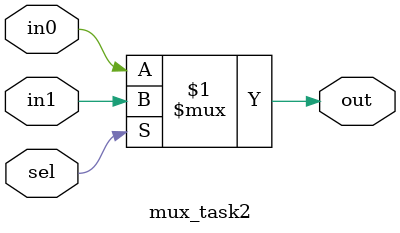
<source format=sv>
module mux_task2( out, sel, in0, in1 );

output logic out; //output declarations 

input logic in0, in1; // input declarations
input logic sel; //// Input declarations

assign out = sel ? in1 : in0;   // mux declaration 

endmodule



</source>
